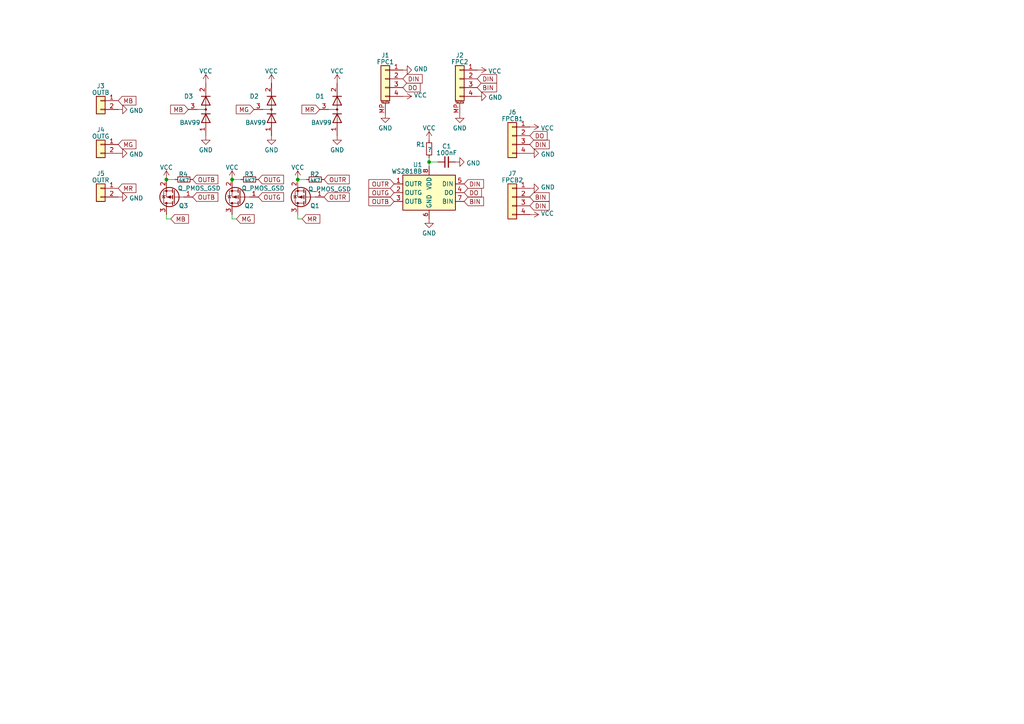
<source format=kicad_sch>
(kicad_sch (version 20230121) (generator eeschema)
  (paper "A4")
  (lib_symbols
    (symbol "Connector_Generic:Conn_01x02" (pin_names (offset 1.016) hide)
      (property "Reference" "J" (at 0 2.54 0))
      (property "Value" "Conn_01x02" (at 0 -5.08 0))
      (symbol "Conn_01x02_1_1"
        (rectangle (start -1.27 -2.413) (end 0 -2.667) (stroke (width 0.1524)))
        (rectangle (start -1.27 0.127) (end 0 -0.127) (stroke (width 0.1524)))
        (rectangle (start -1.27 1.27) (end 1.27 -3.81) (stroke (width 0.254)) (fill (type background)))
        (pin passive line (at -5.08 0 0) (length 3.81) (name "Pin_1") (number "1"))
        (pin passive line (at -5.08 -2.54 0) (length 3.81) (name "Pin_2") (number "2"))
      )
    )
    (symbol "Connector_Generic:Conn_01x04" (pin_names (offset 1.016) hide)
      (property "Reference" "J" (at 0 5.08 0))
      (property "Value" "Conn_01x04" (at 0 -7.62 0))
      (symbol "Conn_01x04_1_1"
        (rectangle (start -1.27 -4.953) (end 0 -5.207) (stroke (width 0.1524)))
        (rectangle (start -1.27 -2.413) (end 0 -2.667) (stroke (width 0.1524)))
        (rectangle (start -1.27 0.127) (end 0 -0.127) (stroke (width 0.1524)))
        (rectangle (start -1.27 2.667) (end 0 2.413) (stroke (width 0.1524)))
        (rectangle (start -1.27 3.81) (end 1.27 -6.35) (stroke (width 0.254)) (fill (type background)))
        (pin passive line (at -5.08 2.54 0) (length 3.81) (name "Pin_1") (number "1"))
        (pin passive line (at -5.08 0 0) (length 3.81) (name "Pin_2") (number "2"))
        (pin passive line (at -5.08 -2.54 0) (length 3.81) (name "Pin_3") (number "3"))
        (pin passive line (at -5.08 -5.08 0) (length 3.81) (name "Pin_4") (number "4"))
      )
    )
    (symbol "Connector_Generic_MountingPin:Conn_01x04_MountingPin" (pin_names (offset 1.016) hide)
      (property "Reference" "J" (at 0 5.08 0))
      (property "Value" "Conn_01x04_MountingPin" (at 1.27 -7.62 0))
      (symbol "Conn_01x04_MountingPin_1_1"
        (rectangle (start -1.27 -4.953) (end 0 -5.207) (stroke (width 0.1524)))
        (rectangle (start -1.27 -2.413) (end 0 -2.667) (stroke (width 0.1524)))
        (rectangle (start -1.27 0.127) (end 0 -0.127) (stroke (width 0.1524)))
        (rectangle (start -1.27 2.667) (end 0 2.413) (stroke (width 0.1524)))
        (rectangle (start -1.27 3.81) (end 1.27 -6.35) (stroke (width 0.254)) (fill (type background)))
        (polyline (pts (xy -1.016 -7.112) (xy 1.016 -7.112)) (stroke (width 0.1524)))
        (text "Mounting" (at 0 -6.731 0) (effects (font (size 0.381 0.381))))
        (pin passive line (at -5.08 2.54 0) (length 3.81) (name "Pin_1") (number "1"))
        (pin passive line (at -5.08 0 0) (length 3.81) (name "Pin_2") (number "2"))
        (pin passive line (at -5.08 -2.54 0) (length 3.81) (name "Pin_3") (number "3"))
        (pin passive line (at -5.08 -5.08 0) (length 3.81) (name "Pin_4") (number "4"))
        (pin passive line (at 0 -10.16 90) (length 3.048) (name "MountPin") (number "MP"))
      )
    )
    (symbol "Device:C_Small" (pin_numbers hide) (pin_names (offset 0.254) hide)
      (property "Reference" "C" (at 0.254 1.778 0))
      (property "Value" "C_Small" (at 0.254 -2.032 0))
      (symbol "C_Small_0_1"
        (polyline (pts (xy -1.524 -0.508) (xy 1.524 -0.508)) (stroke (width 0.3302)))
        (polyline (pts (xy -1.524 0.508) (xy 1.524 0.508)) (stroke (width 0.3048)))
      )
      (symbol "C_Small_1_1"
        (pin passive line (at 0 2.54 270) (length 2.032) (name "~") (number "1"))
        (pin passive line (at 0 -2.54 90) (length 2.032) (name "~") (number "2"))
      )
    )
    (symbol "Device:D_Dual_Series_AKC" (pin_names (offset 0.762) hide)
      (property "Reference" "D" (at 1.27 -2.54 0))
      (property "Value" "D_Dual_Series_AKC" (at 0 2.54 0))
      (symbol "D_Dual_Series_AKC_0_1"
        (polyline (pts (xy -3.81 0) (xy 3.81 0)))
        (polyline (pts (xy 0 0) (xy 0 -2.54)))
        (polyline (pts (xy 6.35 0) (xy 7.62 0)))
        (polyline (pts (xy -1.27 -1.27) (xy -1.27 1.27) (xy -1.27 1.27)) (stroke (width 0.254)))
        (polyline (pts (xy 3.81 1.27) (xy 3.81 -1.27) (xy 3.81 -1.27)) (stroke (width 0.254)))
        (polyline (pts (xy -3.81 1.27) (xy -1.27 0) (xy -3.81 -1.27) (xy -3.81 1.27) (xy -3.81 1.27) (xy -3.81 1.27)) (stroke (width 0.254)))
        (polyline (pts (xy 1.27 1.27) (xy 3.81 0) (xy 1.27 -1.27) (xy 1.27 1.27) (xy 1.27 1.27) (xy 1.27 1.27)) (stroke (width 0.254)))
        (circle (center 0 0) (radius 0.254) (fill (type outline)))
        (pin passive line (at -7.62 0 0) (length 3.81) (name "A") (number "1"))
        (pin passive line (at 7.62 0 180) (length 3.81) (name "K") (number "2"))
        (pin passive line (at 0 -5.08 90) (length 2.54) (name "common") (number "3"))
      )
    )
    (symbol "Device:Q_PMOS_GSD" (pin_names (offset 0) hide)
      (property "Reference" "Q" (at 5.08 1.27 0))
      (property "Value" "Q_PMOS_GSD" (at 5.08 -1.27 0))
      (symbol "Q_PMOS_GSD_0_1"
        (polyline (pts (xy 0.254 0) (xy -2.54 0)))
        (polyline (pts (xy 0.254 1.905) (xy 0.254 -1.905)) (stroke (width 0.254)))
        (polyline (pts (xy 0.762 -1.27) (xy 0.762 -2.286)) (stroke (width 0.254)))
        (polyline (pts (xy 0.762 0.508) (xy 0.762 -0.508)) (stroke (width 0.254)))
        (polyline (pts (xy 0.762 2.286) (xy 0.762 1.27)) (stroke (width 0.254)))
        (polyline (pts (xy 2.54 2.54) (xy 2.54 1.778)))
        (polyline (pts (xy 2.54 -2.54) (xy 2.54 0) (xy 0.762 0)))
        (polyline (pts (xy 0.762 1.778) (xy 3.302 1.778) (xy 3.302 -1.778) (xy 0.762 -1.778)))
        (polyline (pts (xy 2.286 0) (xy 1.27 0.381) (xy 1.27 -0.381) (xy 2.286 0)) (fill (type outline)))
        (polyline (pts (xy 2.794 -0.508) (xy 2.921 -0.381) (xy 3.683 -0.381) (xy 3.81 -0.254)))
        (polyline (pts (xy 3.302 -0.381) (xy 2.921 0.254) (xy 3.683 0.254) (xy 3.302 -0.381)))
        (circle (center 1.651 0) (radius 2.794) (stroke (width 0.254)))
        (circle (center 2.54 -1.778) (radius 0.254) (fill (type outline)))
        (circle (center 2.54 1.778) (radius 0.254) (fill (type outline)))
      )
      (symbol "Q_PMOS_GSD_1_1"
        (pin input line (at -5.08 0 0) (length 2.54) (name "G") (number "1"))
        (pin passive line (at 2.54 -5.08 90) (length 2.54) (name "S") (number "2"))
        (pin passive line (at 2.54 5.08 270) (length 2.54) (name "D") (number "3"))
      )
    )
    (symbol "Device:R_Small" (pin_numbers hide) (pin_names (offset 0.254) hide)
      (property "Reference" "R" (at 0.762 0.508 0))
      (property "Value" "R_Small" (at 0.762 -1.016 0))
      (symbol "R_Small_0_1"
        (rectangle (start -0.762 1.778) (end 0.762 -1.778) (stroke (width 0.2032)))
      )
      (symbol "R_Small_1_1"
        (pin passive line (at 0 2.54 270) (length 0.762) (name "~") (number "1"))
        (pin passive line (at 0 -2.54 90) (length 0.762) (name "~") (number "2"))
      )
    )
    (symbol "power:GND" (power) (pin_names (offset 0))
      (property "Value" "GND" (at 0 -3.81 0))
      (symbol "GND_0_1"
        (polyline (pts (xy 0 0) (xy 0 -1.27) (xy 1.27 -1.27) (xy 0 -2.54) (xy -1.27 -1.27) (xy 0 -1.27)))
      )
      (symbol "GND_1_1"
        (pin power_in line (at 0 0 270) (length 0) hide (name "GND") (number "1"))
      )
    )
    (symbol "power:VCC" (power) (pin_names (offset 0))
      (property "Value" "VCC" (at 0 3.81 0))
      (symbol "VCC_0_1"
        (polyline (pts (xy -0.762 1.27) (xy 0 2.54)))
        (polyline (pts (xy 0 0) (xy 0 2.54)))
        (polyline (pts (xy 0 2.54) (xy 0.762 1.27)))
      )
      (symbol "VCC_1_1"
        (pin power_in line (at 0 0 90) (length 0) hide (name "VCC") (number "1"))
      )
    )
    (symbol "ws2818b:WS2818B"
      (property "Reference" "U1" (at 1.9559 8.0899 0))
      (property "Value" "WS2818B" (at 1.9559 6.1689 0))
      (symbol "WS2818B_0_1"
        (rectangle (start -7.62 5.08) (end 7.62 -5.08) (stroke (width 0.254)) (fill (type background)))
      )
      (symbol "WS2818B_1_1"
        (pin output line (at 10.16 2.54 180) (length 2.54) (name "OUTR") (number "1"))
        (pin output line (at 10.16 0 180) (length 2.54) (name "OUTG") (number "2"))
        (pin output line (at 10.16 -2.54 180) (length 2.54) (name "OUTB") (number "3"))
        (pin output line (at -10.16 0 0) (length 2.54) (name "DO") (number "4"))
        (pin input line (at -10.16 2.54 0) (length 2.54) (name "DIN") (number "5"))
        (pin power_in line (at 0 -7.62 90) (length 2.54) (name "GND") (number "6"))
        (pin input line (at -10.16 -2.54 0) (length 2.54) (name "BIN") (number "7"))
        (pin power_in line (at 0 7.62 270) (length 2.54) (name "VDD") (number "8"))
      )
    )
  )
  (junction (at 67.31 52.07))
  (junction (at 124.46 46.99))
  (junction (at 86.36 52.07))
  (junction (at 48.26 52.07))
  (wire (pts (xy 48.26 52.07) (xy 50.8 52.07)))
  (wire (pts (xy 49.53 63.5) (xy 48.26 63.5)))
  (wire (pts (xy 127 46.99) (xy 124.46 46.99)))
  (wire (pts (xy 86.36 52.07) (xy 88.9 52.07)))
  (wire (pts (xy 68.58 63.5) (xy 67.31 63.5)))
  (wire (pts (xy 67.31 52.07) (xy 69.85 52.07)))
  (wire (pts (xy 67.31 63.5) (xy 67.31 62.23)))
  (wire (pts (xy 48.26 63.5) (xy 48.26 62.23)))
  (wire (pts (xy 86.36 63.5) (xy 86.36 62.23)))
  (wire (pts (xy 87.63 63.5) (xy 86.36 63.5)))
  (wire (pts (xy 124.46 46.99) (xy 124.46 48.26)))
  (wire (pts (xy 124.46 46.99) (xy 124.46 45.72)))
  (global_label "OUTB" (shape input) (at 114.3 58.42 180) (property "Intersheetrefs" "${INTERSHEET_REFS}" (effects hide)))
  (global_label "BIN" (shape input) (at 153.67 57.15 0) (property "Intersheetrefs" "${INTERSHEET_REFS}" (effects hide)))
  (global_label "DO" (shape input) (at 153.67 39.37 0) (property "Intersheetrefs" "${INTERSHEET_REFS}" (effects hide)))
  (global_label "OUTG" (shape input) (at 74.93 57.15 0) (property "Intersheetrefs" "${INTERSHEET_REFS}" (effects hide)))
  (global_label "DIN" (shape input) (at 153.67 59.69 0) (property "Intersheetrefs" "${INTERSHEET_REFS}" (effects hide)))
  (global_label "OUTR" (shape input) (at 114.3 53.34 180) (property "Intersheetrefs" "${INTERSHEET_REFS}" (effects hide)))
  (global_label "DO" (shape input) (at 134.62 55.88 0) (property "Intersheetrefs" "${INTERSHEET_REFS}" (effects hide)))
  (global_label "DO" (shape input) (at 116.84 25.4 0) (property "Intersheetrefs" "${INTERSHEET_REFS}" (effects hide)))
  (global_label "OUTG" (shape input) (at 114.3 55.88 180) (property "Intersheetrefs" "${INTERSHEET_REFS}" (effects hide)))
  (global_label "DIN" (shape input) (at 134.62 53.34 0) (property "Intersheetrefs" "${INTERSHEET_REFS}" (effects hide)))
  (global_label "MB" (shape input) (at 49.53 63.5 0) (property "Intersheetrefs" "${INTERSHEET_REFS}" (effects hide)))
  (global_label "MR" (shape input) (at 34.29 54.61 0) (property "Intersheetrefs" "${INTERSHEET_REFS}" (effects hide)))
  (global_label "BIN" (shape input) (at 138.43 25.4 0) (property "Intersheetrefs" "${INTERSHEET_REFS}" (effects hide)))
  (global_label "DIN" (shape input) (at 153.67 41.91 0) (property "Intersheetrefs" "${INTERSHEET_REFS}" (effects hide)))
  (global_label "DIN" (shape input) (at 138.43 22.86 0) (property "Intersheetrefs" "${INTERSHEET_REFS}" (effects hide)))
  (global_label "MR" (shape input) (at 92.71 31.75 180) (property "Intersheetrefs" "${INTERSHEET_REFS}" (effects hide)))
  (global_label "DIN" (shape input) (at 116.84 22.86 0) (property "Intersheetrefs" "${INTERSHEET_REFS}" (effects hide)))
  (global_label "OUTR" (shape input) (at 93.98 57.15 0) (property "Intersheetrefs" "${INTERSHEET_REFS}" (effects hide)))
  (global_label "OUTR" (shape input) (at 93.98 52.07 0) (property "Intersheetrefs" "${INTERSHEET_REFS}" (effects hide)))
  (global_label "MG" (shape input) (at 34.29 41.91 0) (property "Intersheetrefs" "${INTERSHEET_REFS}" (effects hide)))
  (global_label "MR" (shape input) (at 87.63 63.5 0) (property "Intersheetrefs" "${INTERSHEET_REFS}" (effects hide)))
  (global_label "OUTG" (shape input) (at 74.93 52.07 0) (property "Intersheetrefs" "${INTERSHEET_REFS}" (effects hide)))
  (global_label "MG" (shape input) (at 73.66 31.75 180) (property "Intersheetrefs" "${INTERSHEET_REFS}" (effects hide)))
  (global_label "MB" (shape input) (at 34.29 29.21 0) (property "Intersheetrefs" "${INTERSHEET_REFS}" (effects hide)))
  (global_label "OUTB" (shape input) (at 55.88 57.15 0) (property "Intersheetrefs" "${INTERSHEET_REFS}" (effects hide)))
  (global_label "MB" (shape input) (at 54.61 31.75 180) (property "Intersheetrefs" "${INTERSHEET_REFS}" (effects hide)))
  (global_label "OUTB" (shape input) (at 55.88 52.07 0) (property "Intersheetrefs" "${INTERSHEET_REFS}" (effects hide)))
  (global_label "BIN" (shape input) (at 134.62 58.42 0) (property "Intersheetrefs" "${INTERSHEET_REFS}" (effects hide)))
  (global_label "MG" (shape input) (at 68.58 63.5 0) (property "Intersheetrefs" "${INTERSHEET_REFS}" (effects hide)))
  (symbol (lib_id "power:GND") (at 116.84 20.32 90) (mirror x) (unit 1)
    (property "Reference" "#PWR018" (effects hide))
    (property "Value" "GND" (at 120.015 20.0032 90) (effects (justify right)))
  )
  (symbol (lib_id "power:VCC") (at 153.67 36.83 270) (unit 1)
    (property "Reference" "#PWR023" (effects hide))
    (property "Value" "VCC" (at 156.845 37.1468 90) (effects (justify left)))
  )
  (symbol (lib_id "Connector_Generic:Conn_01x04") (at 148.59 57.15 0) (mirror y) (unit 1)
    (property "Reference" "J7" (at 148.59 50.3301 0))
    (property "Value" "FPCB2" (at 148.59 52.2511 0))
    (property "Footprint" "hapticbelt_driver:FPC_4_1mm" (effects hide))
  )
  (symbol (lib_id "Device:Q_PMOS_GSD") (at 88.9 57.15 180) (unit 1)
    (property "Reference" "Q1" (at 92.71 59.69 0) (effects (justify left)))
    (property "Value" "Q_PMOS_GSD" (at 101.854 54.864 0) (effects (justify left)))
    (property "Footprint" "Package_TO_SOT_SMD:SOT-23" (effects hide))
  )
  (symbol (lib_id "Device:D_Dual_Series_AKC") (at 78.74 31.75 270) (mirror x) (unit 1)
    (property "Reference" "D2" (at 72.39 27.94 90) (effects (justify left)))
    (property "Value" "BAV99" (at 71.12 35.56 90) (effects (justify left)))
    (property "Footprint" "Package_TO_SOT_SMD:SOT-23" (effects hide))
  )
  (symbol (lib_id "Connector_Generic_MountingPin:Conn_01x04_MountingPin") (at 133.35 22.86 0) (mirror y) (unit 1)
    (property "Reference" "J2" (at 133.35 16.0401 0))
    (property "Value" "FPC2" (at 133.35 17.9611 0))
    (property "Footprint" "hapticbelt_driver:FPC_4" (effects hide))
  )
  (symbol (lib_id "Connector_Generic:Conn_01x04") (at 148.59 39.37 0) (mirror y) (unit 1)
    (property "Reference" "J6" (at 148.59 32.5501 0))
    (property "Value" "FPCB1" (at 148.59 34.4711 0))
    (property "Footprint" "hapticbelt_driver:FPC_4_1mm" (effects hide))
  )
  (symbol (lib_id "ws2818b:WS2818B") (at 124.46 55.88 0) (mirror y) (unit 1)
    (property "Reference" "U1" (at 122.5041 47.7901 0) (effects (justify left)))
    (property "Value" "WS2818B" (at 122.5041 49.7111 0) (effects (justify left)))
    (property "Footprint" "Package_SO:SOP-8_3.9x4.9mm_P1.27mm" (effects hide))
    (property "Datasheet" "https://cdn-shop.adafruit.com/datasheets/WS2811.pdf" (effects hide))
  )
  (symbol (lib_id "power:VCC") (at 97.79 24.13 0) (unit 1)
    (property "Reference" "#PWR03" (effects hide))
    (property "Value" "VCC" (at 97.79 20.6281 0))
  )
  (symbol (lib_id "power:VCC") (at 59.69 24.13 0) (unit 1)
    (property "Reference" "#PWR09" (effects hide))
    (property "Value" "VCC" (at 59.69 20.6281 0))
  )
  (symbol (lib_id "power:VCC") (at 67.31 52.07 0) (unit 1)
    (property "Reference" "#PWR05" (effects hide))
    (property "Value" "VCC" (at 67.31 48.5681 0))
  )
  (symbol (lib_id "power:VCC") (at 48.26 52.07 0) (unit 1)
    (property "Reference" "#PWR06" (effects hide))
    (property "Value" "VCC" (at 48.26 48.5681 0))
  )
  (symbol (lib_id "power:GND") (at 34.29 31.75 90) (unit 1)
    (property "Reference" "#PWR016" (effects hide))
    (property "Value" "GND" (at 37.465 32.0668 90) (effects (justify right)))
  )
  (symbol (lib_id "power:VCC") (at 153.67 62.23 270) (mirror x) (unit 1)
    (property "Reference" "#PWR024" (effects hide))
    (property "Value" "VCC" (at 156.845 61.9132 90) (effects (justify left)))
  )
  (symbol (lib_id "Device:R_Small") (at 72.39 52.07 270) (unit 1)
    (property "Reference" "R3" (at 70.866 50.546 90) (effects (justify left)))
    (property "Value" "4K7" (at 70.866 52.324 90) (effects (font (size 1 1)) (justify left)))
    (property "Footprint" "Resistor_SMD:R_0603_1608Metric" (effects hide))
  )
  (symbol (lib_id "power:GND") (at 59.69 39.37 0) (unit 1)
    (property "Reference" "#PWR010" (effects hide))
    (property "Value" "GND" (at 59.69 43.5055 0))
  )
  (symbol (lib_id "Device:R_Small") (at 91.44 52.07 270) (unit 1)
    (property "Reference" "R2" (at 89.916 50.546 90) (effects (justify left)))
    (property "Value" "4K7" (at 89.916 52.324 90) (effects (font (size 1 1)) (justify left)))
    (property "Footprint" "Resistor_SMD:R_0603_1608Metric" (effects hide))
  )
  (symbol (lib_id "power:GND") (at 111.76 33.02 0) (unit 1)
    (property "Reference" "#PWR013" (effects hide))
    (property "Value" "GND" (at 111.76 37.1555 0))
  )
  (symbol (lib_id "power:GND") (at 133.35 33.02 0) (unit 1)
    (property "Reference" "#PWR014" (effects hide))
    (property "Value" "GND" (at 133.35 37.1555 0))
  )
  (symbol (lib_id "power:GND") (at 138.43 27.94 90) (unit 1)
    (property "Reference" "#PWR015" (effects hide))
    (property "Value" "GND" (at 141.605 28.2568 90) (effects (justify right)))
  )
  (symbol (lib_id "Connector_Generic_MountingPin:Conn_01x04_MountingPin") (at 111.76 22.86 0) (mirror y) (unit 1)
    (property "Reference" "J1" (at 111.76 16.0401 0))
    (property "Value" "FPC1" (at 111.76 17.9611 0))
    (property "Footprint" "hapticbelt_driver:FPC_4" (effects hide))
  )
  (symbol (lib_id "power:VCC") (at 138.43 20.32 270) (unit 1)
    (property "Reference" "#PWR020" (effects hide))
    (property "Value" "VCC" (at 141.605 20.6368 90) (effects (justify left)))
  )
  (symbol (lib_id "Device:Q_PMOS_GSD") (at 69.85 57.15 180) (unit 1)
    (property "Reference" "Q2" (at 73.66 59.69 0) (effects (justify left)))
    (property "Value" "Q_PMOS_GSD" (at 82.55 54.61 0) (effects (justify left)))
    (property "Footprint" "Package_TO_SOT_SMD:SOT-23" (effects hide))
  )
  (symbol (lib_id "Device:D_Dual_Series_AKC") (at 59.69 31.75 270) (mirror x) (unit 1)
    (property "Reference" "D3" (at 53.34 27.94 90) (effects (justify left)))
    (property "Value" "BAV99" (at 52.07 35.56 90) (effects (justify left)))
    (property "Footprint" "Package_TO_SOT_SMD:SOT-23" (effects hide))
  )
  (symbol (lib_id "power:GND") (at 34.29 44.45 90) (unit 1)
    (property "Reference" "#PWR017" (effects hide))
    (property "Value" "GND" (at 37.465 44.7668 90) (effects (justify right)))
  )
  (symbol (lib_id "power:GND") (at 153.67 54.61 90) (mirror x) (unit 1)
    (property "Reference" "#PWR025" (effects hide))
    (property "Value" "GND" (at 156.845 54.2932 90) (effects (justify right)))
  )
  (symbol (lib_id "power:GND") (at 153.67 44.45 90) (unit 1)
    (property "Reference" "#PWR022" (effects hide))
    (property "Value" "GND" (at 156.845 44.7668 90) (effects (justify right)))
  )
  (symbol (lib_id "Device:R_Small") (at 53.34 52.07 270) (unit 1)
    (property "Reference" "R4" (at 51.816 50.546 90) (effects (justify left)))
    (property "Value" "4K7" (at 51.816 52.324 90) (effects (font (size 1 1)) (justify left)))
    (property "Footprint" "Resistor_SMD:R_0603_1608Metric" (effects hide))
  )
  (symbol (lib_id "Device:C_Small") (at 129.54 46.99 90) (unit 1)
    (property "Reference" "C1" (at 129.5463 42.418 90))
    (property "Value" "100nF" (at 129.5463 44.339 90))
    (property "Footprint" "Capacitor_SMD:C_0603_1608Metric" (effects hide))
  )
  (symbol (lib_id "power:GND") (at 78.74 39.37 0) (unit 1)
    (property "Reference" "#PWR08" (effects hide))
    (property "Value" "GND" (at 78.74 43.5055 0))
  )
  (symbol (lib_id "power:GND") (at 34.29 57.15 90) (unit 1)
    (property "Reference" "#PWR021" (effects hide))
    (property "Value" "GND" (at 37.465 57.4668 90) (effects (justify right)))
  )
  (symbol (lib_id "power:GND") (at 124.46 63.5 0) (unit 1)
    (property "Reference" "#PWR01" (effects hide))
    (property "Value" "GND" (at 124.46 67.6355 0))
  )
  (symbol (lib_id "power:GND") (at 132.08 46.99 90) (unit 1)
    (property "Reference" "#PWR012" (effects hide))
    (property "Value" "GND" (at 135.255 47.3068 90) (effects (justify right)))
  )
  (symbol (lib_id "Connector_Generic:Conn_01x02") (at 29.21 54.61 0) (mirror y) (unit 1)
    (property "Reference" "J5" (at 29.21 50.3301 0))
    (property "Value" "OUTR" (at 29.21 52.2511 0))
    (property "Footprint" "Connector_PinHeader_2.00mm:PinHeader_1x02_P2.00mm_Vertical" (effects hide))
  )
  (symbol (lib_id "Connector_Generic:Conn_01x02") (at 29.21 29.21 0) (mirror y) (unit 1)
    (property "Reference" "J3" (at 29.21 24.9301 0))
    (property "Value" "OUTB" (at 29.21 26.8511 0))
    (property "Footprint" "Connector_PinHeader_2.00mm:PinHeader_1x02_P2.00mm_Vertical" (effects hide))
  )
  (symbol (lib_id "power:VCC") (at 116.84 27.94 270) (mirror x) (unit 1)
    (property "Reference" "#PWR019" (effects hide))
    (property "Value" "VCC" (at 120.015 27.6232 90) (effects (justify left)))
  )
  (symbol (lib_id "Device:Q_PMOS_GSD") (at 50.8 57.15 180) (unit 1)
    (property "Reference" "Q3" (at 54.61 59.69 0) (effects (justify left)))
    (property "Value" "Q_PMOS_GSD" (at 64.008 54.61 0) (effects (justify left)))
    (property "Footprint" "Package_TO_SOT_SMD:SOT-23" (effects hide))
  )
  (symbol (lib_id "power:GND") (at 97.79 39.37 0) (unit 1)
    (property "Reference" "#PWR02" (effects hide))
    (property "Value" "GND" (at 97.79 43.5055 0))
  )
  (symbol (lib_id "Device:D_Dual_Series_AKC") (at 97.79 31.75 270) (mirror x) (unit 1)
    (property "Reference" "D1" (at 91.44 27.94 90) (effects (justify left)))
    (property "Value" "BAV99" (at 90.17 35.56 90) (effects (justify left)))
    (property "Footprint" "Package_TO_SOT_SMD:SOT-23" (effects hide))
  )
  (symbol (lib_id "power:VCC") (at 124.46 40.64 0) (unit 1)
    (property "Reference" "#PWR011" (effects hide))
    (property "Value" "VCC" (at 124.46 37.1381 0))
  )
  (symbol (lib_id "Connector_Generic:Conn_01x02") (at 29.21 41.91 0) (mirror y) (unit 1)
    (property "Reference" "J4" (at 29.21 37.6301 0))
    (property "Value" "OUTG" (at 29.21 39.5511 0))
    (property "Footprint" "Connector_PinHeader_2.00mm:PinHeader_1x02_P2.00mm_Vertical" (effects hide))
  )
  (symbol (lib_id "power:VCC") (at 78.74 24.13 0) (unit 1)
    (property "Reference" "#PWR07" (effects hide))
    (property "Value" "VCC" (at 78.74 20.6281 0))
  )
  (symbol (lib_id "Device:R_Small") (at 124.46 43.18 0) (unit 1)
    (property "Reference" "R1" (at 120.65 41.91 0) (effects (justify left)))
    (property "Value" "?" (at 123.952 43.434 0) (effects (justify left)))
    (property "Footprint" "Resistor_SMD:R_0603_1608Metric" (effects hide))
  )
  (symbol (lib_id "power:VCC") (at 86.36 52.07 0) (unit 1)
    (property "Reference" "#PWR04" (effects hide))
    (property "Value" "VCC" (at 86.36 48.5681 0))
  )
)
</source>
